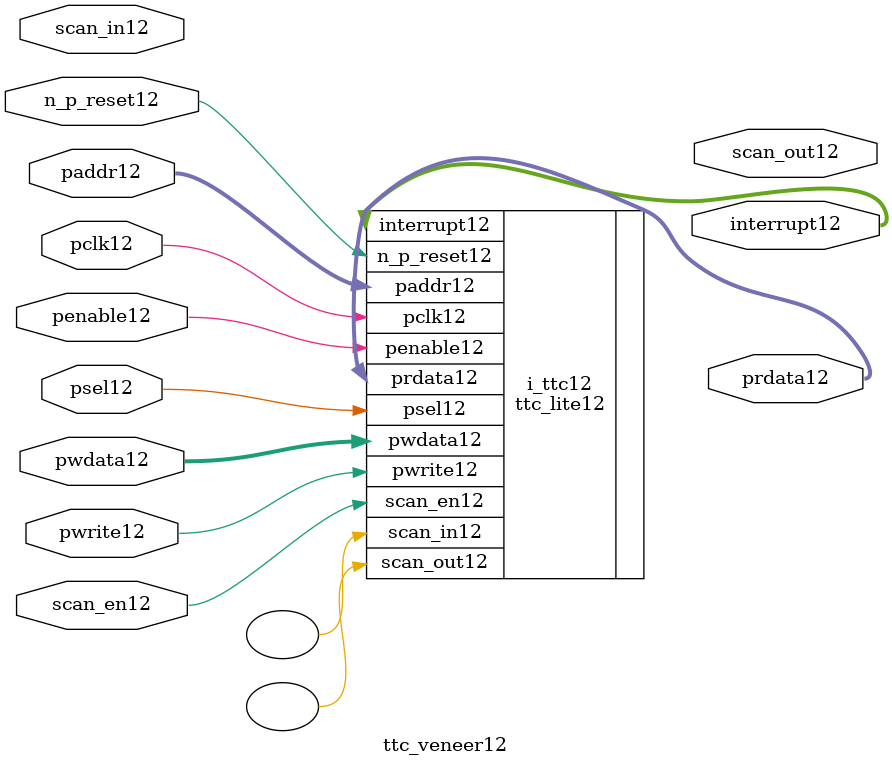
<source format=v>
module ttc_veneer12 (
           
           //inputs12
           n_p_reset12,
           pclk12,
           psel12,
           penable12,
           pwrite12,
           pwdata12,
           paddr12,
           scan_in12,
           scan_en12,

           //outputs12
           prdata12,
           interrupt12,
           scan_out12           

           );


//-----------------------------------------------------------------------------
// PORT DECLARATIONS12
//-----------------------------------------------------------------------------

   input         n_p_reset12;            //System12 Reset12
   input         pclk12;                 //System12 clock12
   input         psel12;                 //Select12 line
   input         penable12;              //Enable12
   input         pwrite12;               //Write line, 1 for write, 0 for read
   input [31:0]  pwdata12;               //Write data
   input [7:0]   paddr12;                //Address Bus12 register
   input         scan_in12;              //Scan12 chain12 input port
   input         scan_en12;              //Scan12 chain12 enable port
   
   output [31:0] prdata12;               //Read Data from the APB12 Interface12
   output [3:1]  interrupt12;            //Interrupt12 from PCI12 
   output        scan_out12;             //Scan12 chain12 output port

//##############################################################################
// if the TTC12 is NOT12 black12 boxed12 
//##############################################################################
`ifndef FV_KIT_BLACK_BOX_TTC12 

ttc_lite12 i_ttc12(

   //inputs12
   .n_p_reset12(n_p_reset12),
   .pclk12(pclk12),
   .psel12(psel12),
   .penable12(penable12),
   .pwrite12(pwrite12),
   .pwdata12(pwdata12),
   .paddr12(paddr12),
   .scan_in12(),
   .scan_en12(scan_en12),

   //outputs12
   .prdata12(prdata12),
   .interrupt12(interrupt12),
   .scan_out12()
);

`else 
//##############################################################################
// if the TTC12 is black12 boxed12 
//##############################################################################

   wire          n_p_reset12;            //System12 Reset12
   wire          pclk12;                 //System12 clock12
   wire          psel12;                 //Select12 line
   wire          penable12;              //Enable12
   wire          pwrite12;               //Write line, 1 for write, 0 for read
   wire  [31:0]  pwdata12;               //Write data
   wire  [7:0]   paddr12;                //Address Bus12 register
   wire          scan_in12;              //Scan12 chain12 wire  port
   wire          scan_en12;              //Scan12 chain12 enable port
   
   reg    [31:0] prdata12;               //Read Data from the APB12 Interface12
   reg    [3:1]  interrupt12;            //Interrupt12 from PCI12 
   reg           scan_out12;             //Scan12 chain12 reg    port

`endif
//##############################################################################
// black12 boxed12 defines12 
//##############################################################################

endmodule

</source>
